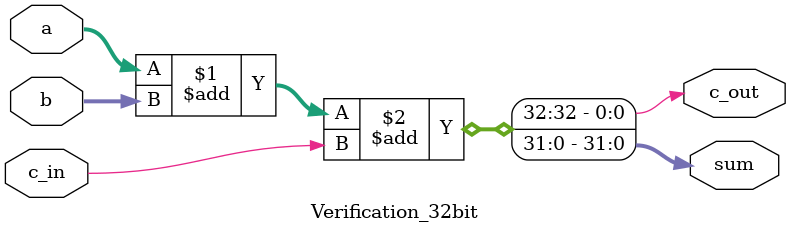
<source format=v>
module Verification_32bit(
    output c_out,
    output [31:0] sum,
    input [31:0] a,
    input [31:0] b,
    input c_in
    );
    
	assign {c_out, sum} = a + b + c_in;
	
endmodule

</source>
